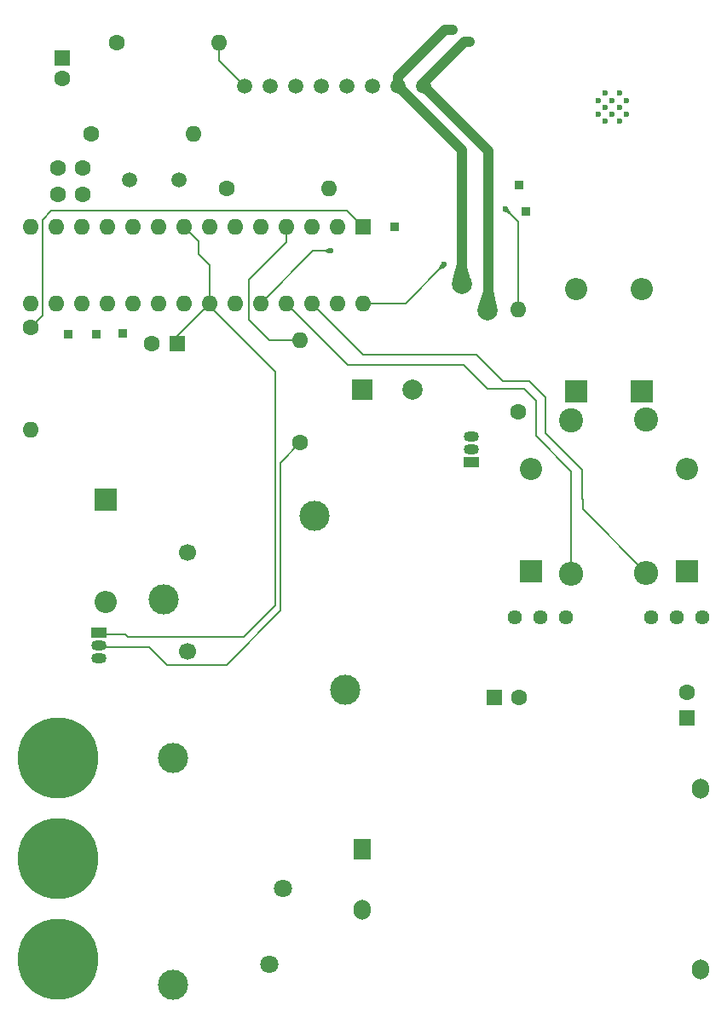
<source format=gbr>
%TF.GenerationSoftware,KiCad,Pcbnew,8.0.5*%
%TF.CreationDate,2024-10-29T06:52:38-03:00*%
%TF.ProjectId,WattSync,57617474-5379-46e6-932e-6b696361645f,rev?*%
%TF.SameCoordinates,Original*%
%TF.FileFunction,Copper,L2,Bot*%
%TF.FilePolarity,Positive*%
%FSLAX46Y46*%
G04 Gerber Fmt 4.6, Leading zero omitted, Abs format (unit mm)*
G04 Created by KiCad (PCBNEW 8.0.5) date 2024-10-29 06:52:38*
%MOMM*%
%LPD*%
G01*
G04 APERTURE LIST*
%TA.AperFunction,ComponentPad*%
%ADD10C,1.500000*%
%TD*%
%TA.AperFunction,ComponentPad*%
%ADD11R,1.600000X1.600000*%
%TD*%
%TA.AperFunction,ComponentPad*%
%ADD12C,1.600000*%
%TD*%
%TA.AperFunction,ComponentPad*%
%ADD13R,0.850000X0.850000*%
%TD*%
%TA.AperFunction,ComponentPad*%
%ADD14R,1.500000X1.050000*%
%TD*%
%TA.AperFunction,ComponentPad*%
%ADD15O,1.500000X1.050000*%
%TD*%
%TA.AperFunction,ComponentPad*%
%ADD16O,1.600000X1.600000*%
%TD*%
%TA.AperFunction,ComponentPad*%
%ADD17R,2.200000X2.200000*%
%TD*%
%TA.AperFunction,ComponentPad*%
%ADD18O,2.200000X2.200000*%
%TD*%
%TA.AperFunction,ComponentPad*%
%ADD19C,2.400000*%
%TD*%
%TA.AperFunction,ComponentPad*%
%ADD20O,2.400000X2.400000*%
%TD*%
%TA.AperFunction,HeatsinkPad*%
%ADD21C,0.600000*%
%TD*%
%TA.AperFunction,CastellatedPad*%
%ADD22C,3.000000*%
%TD*%
%TA.AperFunction,ComponentPad*%
%ADD23C,3.000000*%
%TD*%
%TA.AperFunction,CastellatedPad*%
%ADD24C,1.700000*%
%TD*%
%TA.AperFunction,ComponentPad*%
%ADD25C,1.440000*%
%TD*%
%TA.AperFunction,ComponentPad*%
%ADD26R,2.000000X2.000000*%
%TD*%
%TA.AperFunction,ComponentPad*%
%ADD27C,2.000000*%
%TD*%
%TA.AperFunction,ComponentPad*%
%ADD28R,1.700000X2.000000*%
%TD*%
%TA.AperFunction,ComponentPad*%
%ADD29O,1.700000X2.000000*%
%TD*%
%TA.AperFunction,ComponentPad*%
%ADD30C,8.000000*%
%TD*%
%TA.AperFunction,ComponentPad*%
%ADD31C,1.800000*%
%TD*%
%TA.AperFunction,CastellatedPad*%
%ADD32C,1.500000*%
%TD*%
%TA.AperFunction,ViaPad*%
%ADD33C,2.000000*%
%TD*%
%TA.AperFunction,ViaPad*%
%ADD34C,1.000000*%
%TD*%
%TA.AperFunction,ViaPad*%
%ADD35C,0.600000*%
%TD*%
%TA.AperFunction,Conductor*%
%ADD36C,1.000000*%
%TD*%
%TA.AperFunction,Conductor*%
%ADD37C,0.200000*%
%TD*%
G04 APERTURE END LIST*
D10*
%TO.P,Y1,1,1*%
%TO.N,Net-(U3-XTAL1{slash}PB6)*%
X83840000Y-52150000D03*
%TO.P,Y1,2,2*%
%TO.N,Net-(U3-XTAL2{slash}PB7)*%
X78960000Y-52150000D03*
%TD*%
D11*
%TO.P,C5,1*%
%TO.N,+3.3V*%
X134300000Y-105560000D03*
D12*
%TO.P,C5,2*%
%TO.N,GNDREF*%
X134300000Y-103060000D03*
%TD*%
D13*
%TO.P,RESET1,1,Pin_1*%
%TO.N,Net-(RESET1-Pin_1)*%
X105290000Y-56790000D03*
%TD*%
D14*
%TO.P,Q2,1,E*%
%TO.N,GNDREF*%
X75860000Y-97100000D03*
D15*
%TO.P,Q2,2,B*%
%TO.N,Net-(Q2-B)*%
X75860000Y-98370000D03*
%TO.P,Q2,3,C*%
%TO.N,Net-(D5-A)*%
X75860000Y-99640000D03*
%TD*%
D13*
%TO.P,17.1,1,Pin_1*%
%TO.N,Net-(17.1-Pin_1)*%
X72860000Y-67510000D03*
%TD*%
D12*
%TO.P,R6,1*%
%TO.N,Net-(Q1-B)*%
X117560000Y-75150000D03*
D16*
%TO.P,R6,2*%
%TO.N,Net-(U1-IO17)*%
X117560000Y-64990000D03*
%TD*%
D17*
%TO.P,D2,1,K*%
%TO.N,Net-(D2-K)*%
X134300000Y-91060000D03*
D18*
%TO.P,D2,2,A*%
%TO.N,GNDREF*%
X134300000Y-80900000D03*
%TD*%
D17*
%TO.P,D1,1,K*%
%TO.N,Net-(D1-K)*%
X118800000Y-91060000D03*
D18*
%TO.P,D1,2,A*%
%TO.N,GNDREF*%
X118800000Y-80900000D03*
%TD*%
D12*
%TO.P,R5,1*%
%TO.N,Net-(U1-EN)*%
X77720000Y-38560000D03*
D16*
%TO.P,R5,2*%
%TO.N,+3.3V*%
X87880000Y-38560000D03*
%TD*%
D13*
%TO.P,D-1,1,Pin_1*%
%TO.N,Net-(D-1-Pin_1)*%
X117650000Y-52680000D03*
%TD*%
D12*
%TO.P,R8,1*%
%TO.N,Net-(RESET1-Pin_1)*%
X69100000Y-66850000D03*
D16*
%TO.P,R8,2*%
%TO.N,+5V*%
X69100000Y-77010000D03*
%TD*%
D19*
%TO.P,R3,1*%
%TO.N,Net-(D4-K)*%
X130300000Y-75940000D03*
D20*
%TO.P,R3,2*%
%TO.N,Net-(D2-K)*%
X130300000Y-91180000D03*
%TD*%
D21*
%TO.P,U1,41,GND*%
%TO.N,GNDREF*%
X125500000Y-44260000D03*
X125500000Y-45660000D03*
X126200000Y-43560000D03*
X126200000Y-44960000D03*
X126200000Y-46360000D03*
X126900000Y-44260000D03*
X126900000Y-45660000D03*
X127600000Y-43560000D03*
X127600000Y-44960000D03*
X127600000Y-46360000D03*
X128300000Y-44260000D03*
X128300000Y-45660000D03*
%TD*%
D12*
%TO.P,R1,1*%
%TO.N,Net-(U1-IO47)*%
X88590000Y-53000000D03*
D16*
%TO.P,R1,2*%
%TO.N,Net-(U3-PD3)*%
X98750000Y-53000000D03*
%TD*%
D17*
%TO.P,D3,1,K*%
%TO.N,Net-(D3-K)*%
X123300000Y-73140000D03*
D18*
%TO.P,D3,2,A*%
%TO.N,Net-(D3-A)*%
X123300000Y-62980000D03*
%TD*%
D22*
%TO.P,K1,13*%
%TO.N,Net-(K1-Pad13)*%
X82360000Y-93830000D03*
D23*
%TO.P,K1,14*%
%TO.N,Net-(D4-A)*%
X100390000Y-102760000D03*
D22*
%TO.P,K1,15*%
%TO.N,N/C*%
X97300000Y-85510000D03*
D24*
%TO.P,K1,A1*%
%TO.N,+5V*%
X84710000Y-89120000D03*
%TO.P,K1,A2*%
%TO.N,Net-(D5-A)*%
X84710000Y-98990000D03*
%TD*%
D11*
%TO.P,U3,1,~{RESET}/PC6*%
%TO.N,Net-(RESET1-Pin_1)*%
X102130000Y-56800000D03*
D16*
%TO.P,U3,2,PD0*%
%TO.N,unconnected-(U3-PD0-Pad2)*%
X99590000Y-56800000D03*
%TO.P,U3,3,PD1*%
%TO.N,unconnected-(U3-PD1-Pad3)*%
X97050000Y-56800000D03*
%TO.P,U3,4,PD2*%
%TO.N,Net-(U3-PD2)*%
X94510000Y-56800000D03*
%TO.P,U3,5,PD3*%
%TO.N,Net-(U3-PD3)*%
X91970000Y-56800000D03*
%TO.P,U3,6,PD4*%
%TO.N,unconnected-(U3-PD4-Pad6)*%
X89430000Y-56800000D03*
%TO.P,U3,7,VCC*%
%TO.N,+5V*%
X86890000Y-56800000D03*
%TO.P,U3,8,GND*%
%TO.N,GNDREF*%
X84350000Y-56800000D03*
%TO.P,U3,9,XTAL1/PB6*%
%TO.N,Net-(U3-XTAL1{slash}PB6)*%
X81810000Y-56800000D03*
%TO.P,U3,10,XTAL2/PB7*%
%TO.N,Net-(U3-XTAL2{slash}PB7)*%
X79270000Y-56800000D03*
%TO.P,U3,11,PD5*%
%TO.N,unconnected-(U3-PD5-Pad11)*%
X76730000Y-56800000D03*
%TO.P,U3,12,PD6*%
%TO.N,unconnected-(U3-PD6-Pad12)*%
X74190000Y-56800000D03*
%TO.P,U3,13,PD7*%
%TO.N,unconnected-(U3-PD7-Pad13)*%
X71650000Y-56800000D03*
%TO.P,U3,14,PB0*%
%TO.N,unconnected-(U3-PB0-Pad14)*%
X69110000Y-56800000D03*
%TO.P,U3,15,PB1*%
%TO.N,unconnected-(U3-PB1-Pad15)*%
X69110000Y-64420000D03*
%TO.P,U3,16,PB2*%
%TO.N,unconnected-(U3-PB2-Pad16)*%
X71650000Y-64420000D03*
%TO.P,U3,17,PB3*%
%TO.N,Net-(17.1-Pin_1)*%
X74190000Y-64420000D03*
%TO.P,U3,18,PB4*%
%TO.N,Net-(18.1-Pin_1)*%
X76730000Y-64420000D03*
%TO.P,U3,19,PB5*%
%TO.N,Net-(19.1-Pin_1)*%
X79270000Y-64420000D03*
%TO.P,U3,20,AVCC*%
%TO.N,+5V*%
X81810000Y-64420000D03*
%TO.P,U3,21,AREF*%
%TO.N,unconnected-(U3-AREF-Pad21)*%
X84350000Y-64420000D03*
%TO.P,U3,22,GND*%
%TO.N,GNDREF*%
X86890000Y-64420000D03*
%TO.P,U3,23,PC0*%
%TO.N,Net-(U2-VIOUT)*%
X89430000Y-64420000D03*
%TO.P,U3,24,PC1*%
%TO.N,Net-(U1-IO48)*%
X91970000Y-64420000D03*
%TO.P,U3,25,PC2*%
%TO.N,Net-(D1-K)*%
X94510000Y-64420000D03*
%TO.P,U3,26,PC3*%
%TO.N,Net-(D2-K)*%
X97050000Y-64420000D03*
%TO.P,U3,27,PC4*%
%TO.N,unconnected-(U3-PC4-Pad27)*%
X99590000Y-64420000D03*
%TO.P,U3,28,PC5*%
%TO.N,Net-(U1-IO45)*%
X102130000Y-64420000D03*
%TD*%
D25*
%TO.P,RV3,1,1*%
%TO.N,Net-(D1-K)*%
X117220000Y-95560000D03*
%TO.P,RV3,2,2*%
%TO.N,GNDREF*%
X119760000Y-95560000D03*
%TO.P,RV3,3,3*%
%TO.N,unconnected-(RV3-Pad3)*%
X122300000Y-95560000D03*
%TD*%
D11*
%TO.P,C6,1*%
%TO.N,Net-(U1-EN)*%
X72300000Y-40060000D03*
D12*
%TO.P,C6,2*%
%TO.N,GNDREF*%
X72300000Y-42060000D03*
%TD*%
D14*
%TO.P,Q1,1,E*%
%TO.N,GNDREF*%
X112940000Y-80190000D03*
D15*
%TO.P,Q1,2,B*%
%TO.N,Net-(Q1-B)*%
X112940000Y-78920000D03*
%TO.P,Q1,3,C*%
%TO.N,Net-(BZ1--)*%
X112940000Y-77650000D03*
%TD*%
D12*
%TO.P,C2,1*%
%TO.N,Net-(U3-XTAL2{slash}PB7)*%
X74310000Y-53630000D03*
%TO.P,C2,2*%
%TO.N,GNDREF*%
X71810000Y-53630000D03*
%TD*%
%TO.P,C1,1*%
%TO.N,Net-(U3-XTAL1{slash}PB6)*%
X74310000Y-50980000D03*
%TO.P,C1,2*%
%TO.N,GNDREF*%
X71810000Y-50980000D03*
%TD*%
D26*
%TO.P,BZ1,1,+*%
%TO.N,+5V*%
X102039216Y-72960000D03*
D27*
%TO.P,BZ1,2,-*%
%TO.N,Net-(BZ1--)*%
X107039216Y-72960000D03*
%TD*%
D12*
%TO.P,R2,1*%
%TO.N,GNDREF*%
X75130000Y-47560000D03*
D16*
%TO.P,R2,2*%
%TO.N,Net-(U1-IO47)*%
X85290000Y-47560000D03*
%TD*%
D12*
%TO.P,R7,1*%
%TO.N,Net-(Q2-B)*%
X95900000Y-78240000D03*
D16*
%TO.P,R7,2*%
%TO.N,Net-(U3-PD2)*%
X95900000Y-68080000D03*
%TD*%
D17*
%TO.P,D4,1,K*%
%TO.N,Net-(D4-K)*%
X129800000Y-73140000D03*
D18*
%TO.P,D4,2,A*%
%TO.N,Net-(D4-A)*%
X129800000Y-62980000D03*
%TD*%
D11*
%TO.P,C4,1*%
%TO.N,+5V*%
X115147349Y-103560000D03*
D12*
%TO.P,C4,2*%
%TO.N,GNDREF*%
X117647349Y-103560000D03*
%TD*%
D13*
%TO.P,19.1,1,Pin_1*%
%TO.N,Net-(19.1-Pin_1)*%
X78260000Y-67430000D03*
%TD*%
D19*
%TO.P,R4,1*%
%TO.N,Net-(D3-K)*%
X122800000Y-76060000D03*
D20*
%TO.P,R4,2*%
%TO.N,Net-(D1-K)*%
X122800000Y-91300000D03*
%TD*%
D28*
%TO.P,PS1,1,AC/L*%
%TO.N,Net-(D4-A)*%
X102042500Y-118602500D03*
D29*
%TO.P,PS1,2,AC/N*%
%TO.N,Net-(D3-A)*%
X102042500Y-124602500D03*
%TO.P,PS1,3,-Vout*%
%TO.N,GNDREF*%
X135642500Y-112602500D03*
%TO.P,PS1,4,+Vout*%
%TO.N,+5V*%
X135642500Y-130602500D03*
%TD*%
D17*
%TO.P,D5,1,K*%
%TO.N,+5V*%
X76610000Y-83910000D03*
D18*
%TO.P,D5,2,A*%
%TO.N,Net-(D5-A)*%
X76610000Y-94070000D03*
%TD*%
D13*
%TO.P,18.1,1,Pin_1*%
%TO.N,Net-(18.1-Pin_1)*%
X75650000Y-67470000D03*
%TD*%
D25*
%TO.P,RV2,1,1*%
%TO.N,Net-(D2-K)*%
X130760000Y-95560000D03*
%TO.P,RV2,2,2*%
%TO.N,GNDREF*%
X133300000Y-95560000D03*
%TO.P,RV2,3,3*%
%TO.N,unconnected-(RV2-Pad3)*%
X135840000Y-95560000D03*
%TD*%
D30*
%TO.P,J1,1,AC_P*%
%TO.N,Net-(J1-AC_P)*%
X71800000Y-129560000D03*
%TO.P,J1,2,AC_N*%
%TO.N,Net-(D3-A)*%
X71800000Y-119560000D03*
%TO.P,J1,3,EARTH*%
%TO.N,Net-(J1-EARTH)*%
X71800000Y-109560000D03*
%TD*%
D11*
%TO.P,C3,1*%
%TO.N,GNDREF*%
X83665113Y-68410000D03*
D12*
%TO.P,C3,2*%
%TO.N,Net-(U2-FILTER)*%
X81165113Y-68410000D03*
%TD*%
D31*
%TO.P,RV1,1*%
%TO.N,Net-(D4-A)*%
X92800000Y-130060000D03*
%TO.P,RV1,2*%
%TO.N,Net-(D3-A)*%
X94200000Y-122560000D03*
%TD*%
D23*
%TO.P,F1,1*%
%TO.N,Net-(D4-A)*%
X83300000Y-109560000D03*
%TO.P,F1,2*%
%TO.N,Net-(J1-AC_P)*%
X83300000Y-132060000D03*
%TD*%
D13*
%TO.P,D+1,1,Pin_1*%
%TO.N,Net-(D+1-Pin_1)*%
X118330000Y-55310000D03*
%TD*%
D32*
%TO.P,U5,1,VCC*%
%TO.N,+3.3V*%
X108160000Y-42850000D03*
%TO.P,U5,2,GND*%
%TO.N,GNDREF*%
X105620000Y-42850000D03*
%TO.P,U5,3,CS*%
%TO.N,Net-(U1-IO10)*%
X103080000Y-42850000D03*
%TO.P,U5,4,RESET*%
%TO.N,Net-(U1-IO5)*%
X100540000Y-42850000D03*
%TO.P,U5,5,A0*%
%TO.N,Net-(U1-IO6)*%
X98000000Y-42850000D03*
%TO.P,U5,6,SDA*%
%TO.N,Net-(U1-IO11)*%
X95460000Y-42850000D03*
%TO.P,U5,7,SCK*%
%TO.N,Net-(U1-IO12)*%
X92920000Y-42850000D03*
%TO.P,U5,8,LED*%
%TO.N,+3.3V*%
X90380000Y-42850000D03*
%TD*%
D33*
%TO.N,+3.3V*%
X114500000Y-65140000D03*
D34*
X112730000Y-38450000D03*
D35*
%TO.N,Net-(U1-IO45)*%
X110200000Y-60570000D03*
D33*
%TO.N,GNDREF*%
X111930000Y-62490000D03*
D34*
X111020000Y-37240000D03*
D35*
%TO.N,Net-(U1-IO48)*%
X98960000Y-59210000D03*
%TO.N,Net-(U1-IO17)*%
X116300000Y-55060000D03*
%TD*%
D36*
%TO.N,+3.3V*%
X112230000Y-38450000D02*
X108160000Y-42520000D01*
X112730000Y-38450000D02*
X112230000Y-38450000D01*
X114620000Y-64570000D02*
X114620000Y-49310000D01*
D37*
X87880000Y-40350000D02*
X87880000Y-38560000D01*
X90380000Y-42850000D02*
X87880000Y-40350000D01*
D36*
X108160000Y-42520000D02*
X108160000Y-42850000D01*
X114620000Y-49310000D02*
X108160000Y-42850000D01*
D37*
%TO.N,Net-(U1-IO45)*%
X110200000Y-60570000D02*
X106350000Y-64420000D01*
X106350000Y-64420000D02*
X102130000Y-64420000D01*
%TO.N,GNDREF*%
X86890000Y-64715686D02*
X86890000Y-64420000D01*
X93420000Y-94440000D02*
X93420000Y-71245686D01*
X83665113Y-67644887D02*
X83665113Y-68410000D01*
X90300000Y-97560000D02*
X93420000Y-94440000D01*
X78800000Y-97560000D02*
X78830000Y-97530000D01*
X85800000Y-59560000D02*
X85800000Y-58250000D01*
X85800000Y-58250000D02*
X84350000Y-56800000D01*
X89300000Y-97560000D02*
X90300000Y-97560000D01*
X78830000Y-97530000D02*
X89270000Y-97530000D01*
X86890000Y-60650000D02*
X85800000Y-59560000D01*
X86890000Y-64420000D02*
X86890000Y-60650000D01*
X76660000Y-97290000D02*
X78530000Y-97290000D01*
X93420000Y-71245686D02*
X86890000Y-64715686D01*
D36*
X111930000Y-49160000D02*
X105620000Y-42850000D01*
D37*
X86890000Y-64420000D02*
X83665113Y-67644887D01*
D36*
X111930000Y-62490000D02*
X111930000Y-49160000D01*
X111020000Y-37240000D02*
X110310000Y-37240000D01*
D37*
X78530000Y-97290000D02*
X78800000Y-97560000D01*
D36*
X105620000Y-41930000D02*
X105620000Y-42850000D01*
D37*
X89270000Y-97530000D02*
X89300000Y-97560000D01*
D36*
X110310000Y-37240000D02*
X105620000Y-41930000D01*
D37*
%TO.N,Net-(D1-K)*%
X118180000Y-72930000D02*
X119310000Y-74060000D01*
X94510000Y-64420000D02*
X100600000Y-70510000D01*
X118800000Y-91060000D02*
X118800000Y-91560000D01*
X119310000Y-77600000D02*
X122800000Y-81090000D01*
X119040000Y-91300000D02*
X118800000Y-91060000D01*
X100600000Y-70510000D02*
X112120000Y-70510000D01*
X114540000Y-72930000D02*
X118180000Y-72930000D01*
X112120000Y-70510000D02*
X114540000Y-72930000D01*
X119310000Y-74060000D02*
X119310000Y-77600000D01*
X122800000Y-81090000D02*
X122800000Y-91300000D01*
%TO.N,Net-(D2-K)*%
X118640000Y-72150000D02*
X120280000Y-73790000D01*
X123990000Y-84870000D02*
X130300000Y-91180000D01*
X116040000Y-72150000D02*
X118640000Y-72150000D01*
X113380000Y-69490000D02*
X116040000Y-72150000D01*
X97050000Y-64420000D02*
X102120000Y-69490000D01*
X102120000Y-69490000D02*
X113380000Y-69490000D01*
X123880000Y-83790000D02*
X123990000Y-83900000D01*
X120280000Y-73790000D02*
X120280000Y-77330000D01*
X123880000Y-80930000D02*
X123880000Y-83790000D01*
X123990000Y-83900000D02*
X123990000Y-84870000D01*
X120280000Y-77330000D02*
X123880000Y-80930000D01*
%TO.N,Net-(Q2-B)*%
X88560000Y-100300000D02*
X93900000Y-94960000D01*
X76050000Y-98560000D02*
X80920000Y-98560000D01*
X82660000Y-100300000D02*
X88560000Y-100300000D01*
X80920000Y-98560000D02*
X82660000Y-100300000D01*
X75860000Y-98370000D02*
X76050000Y-98560000D01*
X93900000Y-80240000D02*
X95900000Y-78240000D01*
X93900000Y-94960000D02*
X93900000Y-80240000D01*
%TO.N,Net-(U1-IO48)*%
X97180000Y-59210000D02*
X91970000Y-64420000D01*
X98960000Y-59210000D02*
X97180000Y-59210000D01*
%TO.N,Net-(RESET1-Pin_1)*%
X102130000Y-56800000D02*
X100550000Y-55220000D01*
X100550000Y-55220000D02*
X71200000Y-55220000D01*
X70320000Y-65630000D02*
X69100000Y-66850000D01*
X71200000Y-55220000D02*
X70320000Y-56100000D01*
X70320000Y-56100000D02*
X70320000Y-65630000D01*
%TO.N,Net-(U1-IO17)*%
X117560000Y-56320000D02*
X117560000Y-64990000D01*
X116300000Y-55060000D02*
X117560000Y-56320000D01*
%TO.N,Net-(U3-PD2)*%
X90800000Y-62060000D02*
X90800000Y-66060000D01*
X90800000Y-66060000D02*
X92820000Y-68080000D01*
X94510000Y-56800000D02*
X94510000Y-58350000D01*
X94510000Y-58350000D02*
X90800000Y-62060000D01*
X92820000Y-68080000D02*
X95900000Y-68080000D01*
%TD*%
%TA.AperFunction,Conductor*%
%TO.N,Net-(U1-IO17)*%
G36*
X116575779Y-54949467D02*
G01*
X116581877Y-54955329D01*
X116791523Y-55406132D01*
X116791904Y-55415079D01*
X116789187Y-55419339D01*
X116659339Y-55549187D01*
X116651066Y-55552614D01*
X116646132Y-55551523D01*
X116352736Y-55415079D01*
X116195328Y-55341876D01*
X116189273Y-55335281D01*
X116189439Y-55326825D01*
X116297436Y-55063814D01*
X116303746Y-55057464D01*
X116566825Y-54949440D01*
X116575779Y-54949467D01*
G37*
%TD.AperFunction*%
%TD*%
%TA.AperFunction,Conductor*%
%TO.N,Net-(U1-IO48)*%
G36*
X98843641Y-58937050D02*
G01*
X98849503Y-58943148D01*
X98959115Y-59205489D01*
X98959142Y-59214444D01*
X98959115Y-59214511D01*
X98849503Y-59476851D01*
X98843151Y-59483163D01*
X98834694Y-59483329D01*
X98700947Y-59434493D01*
X98367687Y-59312806D01*
X98361091Y-59306750D01*
X98360000Y-59301816D01*
X98360000Y-59118183D01*
X98363427Y-59109910D01*
X98367687Y-59107193D01*
X98834697Y-58936669D01*
X98843641Y-58937050D01*
G37*
%TD.AperFunction*%
%TD*%
%TA.AperFunction,Conductor*%
%TO.N,GNDREF*%
G36*
X112429244Y-60493427D02*
G01*
X112432289Y-60498734D01*
X112851295Y-62097456D01*
X112850077Y-62106327D01*
X112844464Y-62111227D01*
X111934487Y-62489136D01*
X111925533Y-62489145D01*
X111925513Y-62489136D01*
X111015535Y-62111227D01*
X111009208Y-62104889D01*
X111008704Y-62097456D01*
X111427711Y-60498734D01*
X111433124Y-60491600D01*
X111439029Y-60490000D01*
X112420971Y-60490000D01*
X112429244Y-60493427D01*
G37*
%TD.AperFunction*%
%TD*%
%TA.AperFunction,Conductor*%
%TO.N,Net-(U1-IO45)*%
G36*
X109933174Y-60459439D02*
G01*
X110096804Y-60526629D01*
X110196184Y-60567436D01*
X110202536Y-60573748D01*
X110202563Y-60573815D01*
X110310559Y-60836824D01*
X110310532Y-60845779D01*
X110304670Y-60851877D01*
X109853867Y-61061523D01*
X109844920Y-61061904D01*
X109840660Y-61059187D01*
X109710812Y-60929339D01*
X109707385Y-60921066D01*
X109708474Y-60916136D01*
X109918124Y-60465327D01*
X109924718Y-60459273D01*
X109933174Y-60459439D01*
G37*
%TD.AperFunction*%
%TD*%
%TA.AperFunction,Conductor*%
%TO.N,+3.3V*%
G36*
X115118608Y-63167296D02*
G01*
X115121825Y-63173360D01*
X115497328Y-65126105D01*
X115495525Y-65134876D01*
X115488047Y-65139804D01*
X115485850Y-65140014D01*
X114502338Y-65140997D01*
X114497839Y-65140102D01*
X113586248Y-64761523D01*
X113579921Y-64755185D01*
X113579662Y-64746939D01*
X114117296Y-63171789D01*
X114123212Y-63165067D01*
X114128369Y-63163869D01*
X115110335Y-63163869D01*
X115118608Y-63167296D01*
G37*
%TD.AperFunction*%
%TD*%
M02*

</source>
